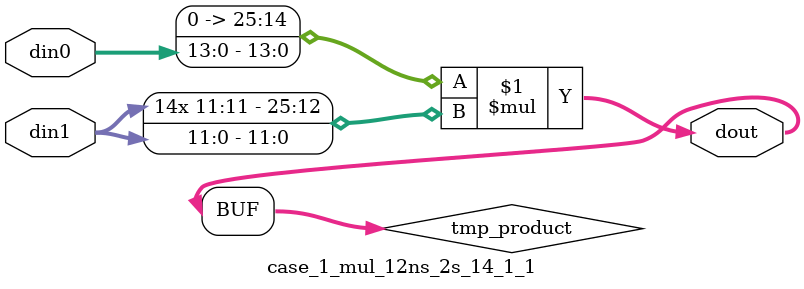
<source format=v>

`timescale 1 ns / 1 ps

 (* use_dsp = "no" *)  module case_1_mul_12ns_2s_14_1_1(din0, din1, dout);
parameter ID = 1;
parameter NUM_STAGE = 0;
parameter din0_WIDTH = 14;
parameter din1_WIDTH = 12;
parameter dout_WIDTH = 26;

input [din0_WIDTH - 1 : 0] din0; 
input [din1_WIDTH - 1 : 0] din1; 
output [dout_WIDTH - 1 : 0] dout;

wire signed [dout_WIDTH - 1 : 0] tmp_product;

























assign tmp_product = $signed({1'b0, din0}) * $signed(din1);










assign dout = tmp_product;





















endmodule

</source>
